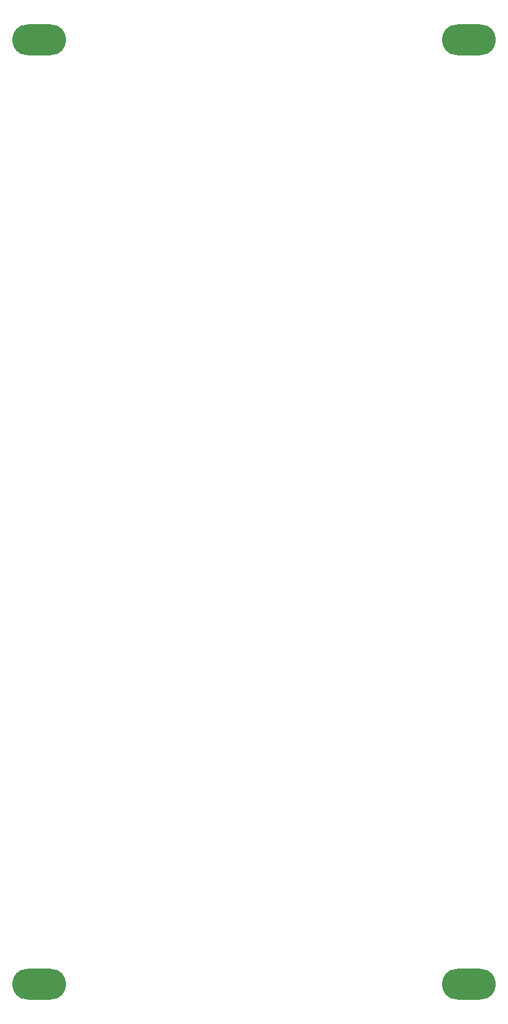
<source format=gbl>
%TF.GenerationSoftware,KiCad,Pcbnew,8.0.8*%
%TF.CreationDate,2025-02-16T22:07:38+00:00*%
%TF.ProjectId,bcm-mixer-panel,62636d2d-6d69-4786-9572-2d70616e656c,rev01*%
%TF.SameCoordinates,Original*%
%TF.FileFunction,Copper,L2,Bot*%
%TF.FilePolarity,Positive*%
%FSLAX46Y46*%
G04 Gerber Fmt 4.6, Leading zero omitted, Abs format (unit mm)*
G04 Created by KiCad (PCBNEW 8.0.8) date 2025-02-16 22:07:38*
%MOMM*%
%LPD*%
G01*
G04 APERTURE LIST*
%TA.AperFunction,ComponentPad*%
%ADD10O,7.000000X4.000000*%
%TD*%
G04 APERTURE END LIST*
D10*
%TO.P,REF\u002A\u002A,*%
%TO.N,*%
X94900000Y-45000000D03*
%TD*%
%TO.P,REF\u002A\u002A,*%
%TO.N,*%
X94900000Y-167500000D03*
%TD*%
%TO.P,REF\u002A\u002A,*%
%TO.N,*%
X39100000Y-45000000D03*
%TD*%
%TO.P,REF\u002A\u002A,*%
%TO.N,*%
X39100000Y-167500000D03*
%TD*%
M02*

</source>
